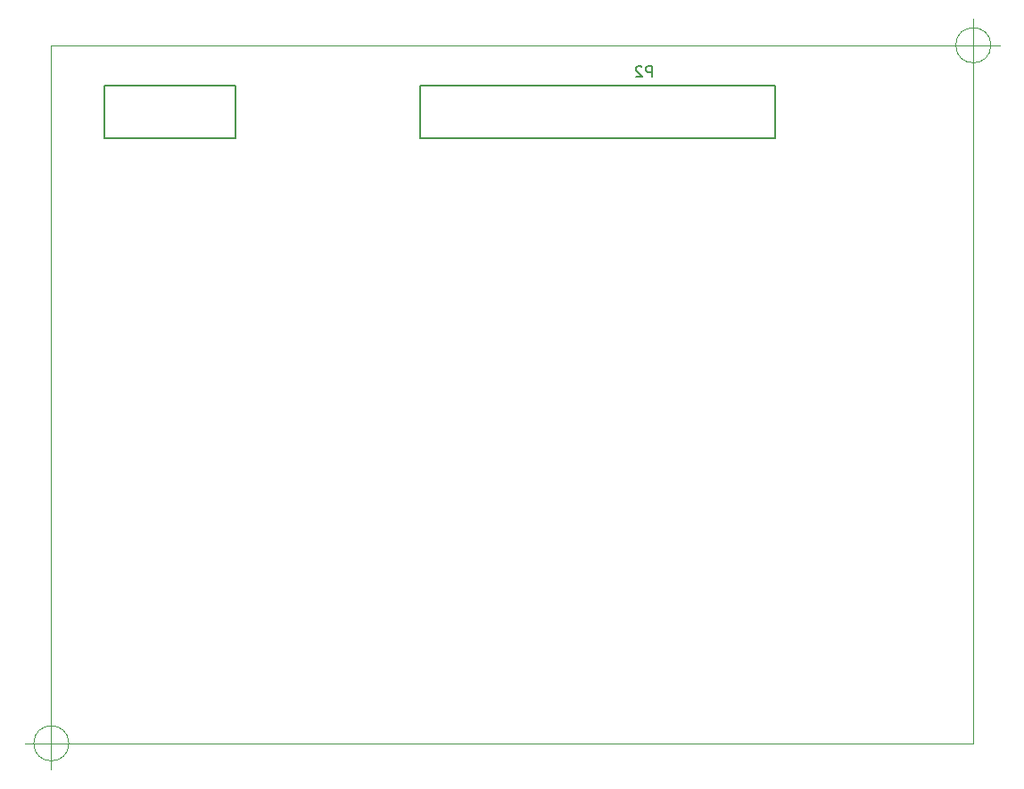
<source format=gbr>
G04 #@! TF.FileFunction,Legend,Bot*
%FSLAX46Y46*%
G04 Gerber Fmt 4.6, Leading zero omitted, Abs format (unit mm)*
G04 Created by KiCad (PCBNEW 4.0.2-4+6225~38~ubuntu14.04.1-stable) date lun 02 mag 2016 11:29:17 CEST*
%MOMM*%
G01*
G04 APERTURE LIST*
%ADD10C,0.100000*%
%ADD11C,0.150000*%
G04 APERTURE END LIST*
D10*
X187500000Y-128750000D02*
X100000000Y-128750000D01*
X189188390Y-62455400D02*
G75*
G03X189188390Y-62455400I-1666666J0D01*
G01*
X185021724Y-62455400D02*
X190021724Y-62455400D01*
X187521724Y-59955400D02*
X187521724Y-64955400D01*
X101668629Y-128752980D02*
G75*
G03X101668629Y-128752980I-1666666J0D01*
G01*
X97501963Y-128752980D02*
X102501963Y-128752980D01*
X100001963Y-126252980D02*
X100001963Y-131252980D01*
X187500000Y-62500000D02*
X100000000Y-62500000D01*
X187500000Y-128750000D02*
X187500000Y-62500000D01*
X100000000Y-62500000D02*
X100000000Y-128750000D01*
D11*
X135000000Y-71250000D02*
X135000000Y-66250000D01*
X135000000Y-66250000D02*
X168750000Y-66250000D01*
X168750000Y-66250000D02*
X168750000Y-71250000D01*
X168750000Y-71250000D02*
X135000000Y-71250000D01*
X105000000Y-71250000D02*
X105000000Y-66250000D01*
X105000000Y-66250000D02*
X117500000Y-66250000D01*
X117500000Y-66250000D02*
X117500000Y-71250000D01*
X117500000Y-71250000D02*
X105000000Y-71250000D01*
X156988095Y-65452381D02*
X156988095Y-64452381D01*
X156607142Y-64452381D01*
X156511904Y-64500000D01*
X156464285Y-64547619D01*
X156416666Y-64642857D01*
X156416666Y-64785714D01*
X156464285Y-64880952D01*
X156511904Y-64928571D01*
X156607142Y-64976190D01*
X156988095Y-64976190D01*
X156035714Y-64547619D02*
X155988095Y-64500000D01*
X155892857Y-64452381D01*
X155654761Y-64452381D01*
X155559523Y-64500000D01*
X155511904Y-64547619D01*
X155464285Y-64642857D01*
X155464285Y-64738095D01*
X155511904Y-64880952D01*
X156083333Y-65452381D01*
X155464285Y-65452381D01*
M02*

</source>
